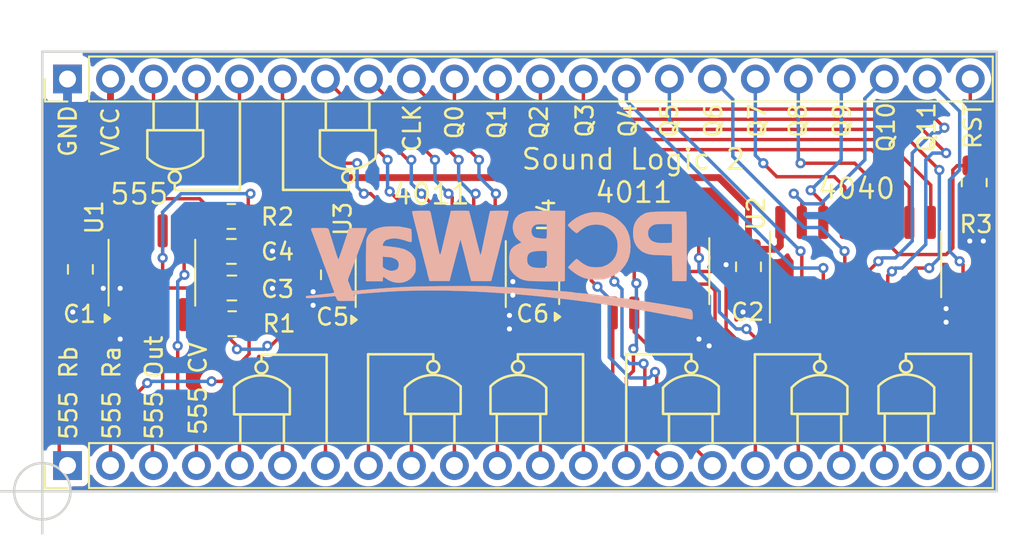
<source format=kicad_pcb>
(kicad_pcb (version 20241229) (generator "pcbnew") (generator_version "9.0")
  (layers (0 "F.Cu" signal) (2 "B.Cu" signal) (13 "F.Paste" user) (15 "B.Paste" user) (5 "F.SilkS" user "F.Silkscreen") (7 "B.SilkS" user "B.Silkscreen") (1 "F.Mask" user) (3 "B.Mask" user) (25 "Edge.Cuts" user))
  (net 0 "")
  (net 1 "VCC")
  (net 2 "GND")
  (net 3 "Net-(U1-THR)")
  (net 4 "/555_CV")
  (net 5 "/In2b")
  (net 6 "/555_Out")
  (net 7 "/Out1")
  (net 8 "/Out4")
  (net 9 "/In5b")
  (net 10 "/In1b")
  (net 11 "/In1a")
  (net 12 "/In3b")
  (net 13 "/In6a")
  (net 14 "/In3a")
  (net 15 "/In4b")
  (net 16 "/Out6")
  (net 17 "/Out2")
  (net 18 "/In2a")
  (net 19 "/Out3")
  (net 20 "/In5a")
  (net 21 "/In4a")
  (net 22 "/In6b")
  (net 23 "/Out5")
  (net 24 "/CLK")
  (net 25 "/Q1")
  (net 26 "/Q8")
  (net 27 "/Q10")
  (net 28 "/Q9")
  (net 29 "/In8b")
  (net 30 "/Out7")
  (net 31 "/In8a")
  (net 32 "/Q7")
  (net 33 "/Q6")
  (net 34 "/Q11")
  (net 35 "/Out8")
  (net 36 "/RST")
  (net 37 "/Q2")
  (net 38 "/Q0")
  (net 39 "/Q4")
  (net 40 "/Q3")
  (net 41 "/In7b")
  (net 42 "/In7a")
  (net 43 "/Q5")
  (net 44 "/555_Rb")
  (net 45 "/555_Ra")
  (footprint "Capacitor_SMD:C_0805_2012Metric_Pad1.18x1.45mm_HandSolder" (layer "F.Cu") (at 100.761 113.396001 -90)
    (property "Reference" "C1")
    (property "Value" "100nF")
  )
  (footprint "Capacitor_SMD:C_0805_2012Metric_Pad1.18x1.45mm_HandSolder" (layer "F.Cu") (at 140.236 113.245999 -90)
    (property "Reference" "C2")
    (property "Value" "100nF")
  )
  (footprint "Connector_PinHeader_2.54mm:PinHeader_1x22_P2.54mm_Vertical" (layer "F.Cu") (at 100 125 90)
    (property "Reference" "J1" (hide yes))
    (property "Value" "Conn_01x22")
  )
  (footprint "Connector_PinHeader_2.54mm:PinHeader_1x22_P2.54mm_Vertical" (layer "F.Cu") (at 100 102.14 90)
    (property "Reference" "J2" (hide yes))
    (property "Value" "Conn_01x22")
  )
  (footprint "Package_SO:SOIC-8_3.9x4.9mm_P1.27mm" (layer "F.Cu") (at 104.986 113.596 90)
    (property "Reference" "U1")
    (property "Value" "555")
  )
  (footprint "Package_SO:SOIC-16_3.9x9.9mm_P1.27mm" (layer "F.Cu") (at 146.561 113.096 90)
    (property "Reference" "U2")
    (property "Value" "4040")
  )
  (footprint "Resistor_SMD:R_0805_2012Metric_Pad1.20x1.40mm_HandSolder" (layer "F.Cu") (at 153.572 108.2638 -90)
    (property "Reference" "R3")
    (property "Value" "390K")
  )
  (footprint "Resistor_SMD:R_0805_2012Metric_Pad1.20x1.40mm_HandSolder" (layer "F.Cu") (at 109.7288 116.61)
    (property "Reference" "R1")
    (property "Value" "1K")
  )
  (footprint "Capacitor_SMD:C_0805_2012Metric_Pad1.18x1.45mm_HandSolder" (layer "F.Cu") (at 115.712 113.7188 -90)
    (property "Reference" "C5")
    (property "Value" "100nF")
  )
  (footprint "Resistor_SMD:R_0805_2012Metric_Pad1.20x1.40mm_HandSolder" (layer "F.Cu") (at 109.6788 110.27)
    (property "Reference" "R2")
    (property "Value" "10K")
  )
  (footprint "Capacitor_SMD:C_0805_2012Metric_Pad1.18x1.45mm_HandSolder" (layer "F.Cu") (at 109.683799 112.335)
    (property "Reference" "C4")
    (property "Value" "10nF")
  )
  (footprint "Package_SO:SO-14_3.9x8.65mm_P1.27mm" (layer "F.Cu") (at 121.46 113.6782 90)
    (property "Reference" "U3")
    (property "Value" "4011")
  )
  (footprint "Capacitor_SMD:C_0805_2012Metric_Pad1.18x1.45mm_HandSolder" (layer "F.Cu") (at 127.552 113.5438 -90)
    (property "Reference" "C6")
    (property "Value" "100nF")
  )
  (footprint "Capacitor_SMD:C_0805_2012Metric_Pad1.18x1.45mm_HandSolder" (layer "F.Cu") (at 109.7088 114.5)
    (property "Reference" "C3")
    (property "Value" "1nF")
  )
  (footprint "Package_SO:SO-14_3.9x8.65mm_P1.27mm" (layer "F.Cu") (at 133.485 113.5032 90)
    (property "Reference" "U4")
    (property "Value" "4011")
  )
  (footprint "_Custom_Footprints:pcb way logo" (layer "B.Cu") (at 125.511001 113.821 180)
    (property "Reference" "G***" (hide yes))
    (property "Value" "LOGO" (hide yes))
  )
  (gr_line (start 149.536 118.396) (end 149.536 118.792447) (stroke (width 0.15)) (layer "F.SilkS"))
  (gr_line (start 114.911 105.2198) (end 114.911 106.718399) (stroke (width 0.15)) (layer "F.SilkS"))
  (gr_line (start 119.936 121.8972) (end 119.936 120.398601) (stroke (width 0.15)) (layer "F.SilkS"))
  (gr_line (start 110.185999 108.697) (end 106.336 108.697) (stroke (width 0.15)) (layer "F.SilkS"))
  (gr_line (start 120.286 123.62) (end 120.286 121.97) (stroke (width 0.15)) (layer "F.SilkS"))
  (gr_line (start 112.786 123.645) (end 112.786 121.995) (stroke (width 0.15)) (layer "F.SilkS"))
  (gr_arc (start 135.186001 120.398601) (mid 136.813719 119.643234) (end 138.477453 120.315572) (stroke (width 0.15)) (layer "F.SilkS"))
  (gr_line (start 140.611 123.596) (end 140.611 118.421) (stroke (width 0.15)) (layer "F.SilkS"))
  (gr_line (start 110.211 123.595) (end 110.211 122.045) (stroke (width 0.15)) (layer "F.SilkS"))
  (gr_line (start 126.611 118.42) (end 126.611 118.816447) (stroke (width 0.15)) (layer "F.SilkS"))
  (gr_arc (start 109.844547 120.340572) (mid 111.508281 119.668234) (end 113.135999 120.423601) (stroke (width 0.15)) (layer "F.SilkS"))
  (gr_line (start 112.736 103.522) (end 112.736 108.697) (stroke (width 0.15)) (layer "F.SilkS"))
  (gr_line (start 142.786 121.8982) (end 142.786 120.399601) (stroke (width 0.15)) (layer "F.SilkS"))
  (gr_circle (center 111.461 119.195) (end 111.711 119.445) (stroke (width 0.15)) (fill no) (layer "F.SilkS"))
  (gr_line (start 117.761 118.42) (end 121.611 118.42) (stroke (width 0.15)) (layer "F.SilkS"))
  (gr_line (start 138.111 123.57) (end 138.111 122.02) (stroke (width 0.15)) (layer "F.SilkS"))
  (gr_line (start 112.736 108.697) (end 116.586 108.697) (stroke (width 0.15)) (layer "F.SilkS"))
  (gr_line (start 130.461 123.595) (end 130.461 118.42) (stroke (width 0.15)) (layer "F.SilkS"))
  (gr_line (start 115.311 123.62) (end 115.311 118.445) (stroke (width 0.15)) (layer "F.SilkS"))
  (gr_line (start 109.866845 121.9722) (end 113.136 121.9722) (stroke (width 0.15)) (layer "F.SilkS"))
  (gr_line (start 105.086 103.547) (end 105.086 105.097) (stroke (width 0.15)) (layer "F.SilkS"))
  (gr_line (start 117.761 123.595) (end 117.761 118.42) (stroke (width 0.15)) (layer "F.SilkS"))
  (gr_line (start 123.205155 121.9472) (end 119.936 121.9472) (stroke (width 0.15)) (layer "F.SilkS"))
  (gr_line (start 107.661 103.497) (end 107.661 105.147) (stroke (width 0.15)) (layer "F.SilkS"))
  (gr_line (start 145.711 123.571) (end 145.711 122.021) (stroke (width 0.15)) (layer "F.SilkS"))
  (gr_line (start 153.386 118.396) (end 149.536 118.396) (stroke (width 0.15)) (layer "F.SilkS"))
  (gr_line (start 116.586 108.697) (end 116.585999 108.300553) (stroke (width 0.15)) (layer "F.SilkS"))
  (gr_line (start 108.011 105.2198) (end 108.011 106.718399) (stroke (width 0.15)) (layer "F.SilkS"))
  (gr_circle (center 149.536 119.146) (end 149.786 119.396) (stroke (width 0.15)) (fill no) (layer "F.SilkS"))
  (gr_line (start 144.461 118.421) (end 144.461 118.817447) (stroke (width 0.15)) (layer "F.SilkS"))
  (gr_line (start 104.741845 105.1698) (end 108.011 105.1698) (stroke (width 0.15)) (layer "F.SilkS"))
  (gr_line (start 118.180155 105.1698) (end 114.911 105.1698) (stroke (width 0.15)) (layer "F.SilkS"))
  (gr_line (start 106.336 108.697) (end 106.336 108.300553) (stroke (width 0.15)) (layer "F.SilkS"))
  (gr_line (start 123.230155 120.330648) (end 123.230155 121.9472) (stroke (width 0.15)) (layer "F.SilkS"))
  (gr_line (start 125.016845 121.9472) (end 128.286 121.9472) (stroke (width 0.15)) (layer "F.SilkS"))
  (gr_line (start 109.841845 120.355648) (end 109.841845 121.9722) (stroke (width 0.15)) (layer "F.SilkS"))
  (gr_arc (start 119.936001 120.398601) (mid 121.563719 119.643234) (end 123.227453 120.315572) (stroke (width 0.15)) (layer "F.SilkS"))
  (gr_circle (center 136.861 119.17) (end 136.611 119.42) (stroke (width 0.15)) (fill no) (layer "F.SilkS"))
  (gr_line (start 127.936 123.62) (end 127.936 121.97) (stroke (width 0.15)) (layer "F.SilkS"))
  (gr_line (start 104.716845 106.786352) (end 104.716845 105.1698) (stroke (width 0.15)) (layer "F.SilkS"))
  (gr_circle (center 121.611 119.17) (end 121.361 119.42) (stroke (width 0.15)) (fill no) (layer "F.SilkS"))
  (gr_line (start 110.186 103.522) (end 110.185999 108.697) (stroke (width 0.15)) (layer "F.SilkS"))
  (gr_line (start 146.055155 121.9482) (end 142.786 121.9482) (stroke (width 0.15)) (layer "F.SilkS"))
  (gr_line (start 138.455155 121.9472) (end 135.186 121.9472) (stroke (width 0.15)) (layer "F.SilkS"))
  (gr_line (start 122.861 123.57) (end 122.861 122.02) (stroke (width 0.15)) (layer "F.SilkS"))
  (gr_line (start 140.611 118.421) (end 144.461 118.421) (stroke (width 0.15)) (layer "F.SilkS"))
  (gr_line (start 150.861 123.596) (end 150.861 121.946) (stroke (width 0.15)) (layer "F.SilkS"))
  (gr_arc (start 118.202453 106.801428) (mid 116.538719 107.473766) (end 114.911001 106.718399) (stroke (width 0.15)) (layer "F.SilkS"))
  (gr_arc (start 142.786001 120.399601) (mid 144.413719 119.644234) (end 146.077453 120.316572) (stroke (width 0.15)) (layer "F.SilkS"))
  (gr_circle (center 106.336 107.947) (end 106.586 107.697) (stroke (width 0.15)) (fill no) (layer "F.SilkS"))
  (gr_line (start 115.311 118.445) (end 111.461 118.445) (stroke (width 0.15)) (layer "F.SilkS"))
  (gr_line (start 147.916845 120.306648) (end 147.916845 121.9232) (stroke (width 0.15)) (layer "F.SilkS"))
  (gr_line (start 133.011 123.595) (end 133.011 118.42) (stroke (width 0.15)) (layer "F.SilkS"))
  (gr_line (start 151.211 121.8732) (end 151.211 120.374601) (stroke (width 0.15)) (layer "F.SilkS"))
  (gr_arc (start 124.994547 120.315572) (mid 126.658281 119.643234) (end 128.285999 120.398601) (stroke (width 0.15)) (layer "F.SilkS"))
  (gr_line (start 121.611 118.42) (end 121.611 118.816447) (stroke (width 0.15)) (layer "F.SilkS"))
  (gr_line (start 124.991845 120.330648) (end 124.991845 121.9472) (stroke (width 0.15)) (layer "F.SilkS"))
  (gr_arc (start 147.919547 120.291572) (mid 149.583281 119.619234) (end 151.210999 120.374601) (stroke (width 0.15)) (layer "F.SilkS"))
  (gr_line (start 113.136 121.9222) (end 113.136 120.423601) (stroke (width 0.15)) (layer "F.SilkS"))
  (gr_line (start 146.080155 120.331648) (end 146.080155 121.9482) (stroke (width 0.15)) (layer "F.SilkS"))
  (gr_line (start 148.286 123.546) (end 148.286 121.996) (stroke (width 0.15)) (layer "F.SilkS"))
  (gr_line (start 138.480155 120.330648) (end 138.480155 121.9472) (stroke (width 0.15)) (layer "F.SilkS"))
  (gr_line (start 143.136 123.621) (end 143.136 121.971) (stroke (width 0.15)) (layer "F.SilkS"))
  (gr_line (start 130.461 118.42) (end 126.611 118.42) (stroke (width 0.15)) (layer "F.SilkS"))
  (gr_line (start 147.941845 121.9232) (end 151.211 121.9232) (stroke (width 0.15)) (layer "F.SilkS"))
  (gr_arc (start 108.010999 106.718399) (mid 106.38328 107.473766) (end 104.719546 106.801428) (stroke (width 0.15)) (layer "F.SilkS"))
  (gr_line (start 136.861 118.42) (end 136.861 118.816447) (stroke (width 0.15)) (layer "F.SilkS"))
  (gr_circle (center 116.586 107.947) (end 116.336 107.697) (stroke (width 0.15)) (fill no) (layer "F.SilkS"))
  (gr_line (start 135.186 121.8972) (end 135.186 120.398601) (stroke (width 0.15)) (layer "F.SilkS"))
  (gr_line (start 153.386 123.571) (end 153.386 118.396) (stroke (width 0.15)) (layer "F.SilkS"))
  (gr_line (start 125.361 123.57) (end 125.361 122.02) (stroke (width 0.15)) (layer "F.SilkS"))
  (gr_line (start 128.286 121.8972) (end 128.286 120.398601) (stroke (width 0.15)) (layer "F.SilkS"))
  (gr_circle (center 126.611 119.17) (end 126.861 119.42) (stroke (width 0.15)) (fill no) (layer "F.SilkS"))
  (gr_line (start 118.205155 106.786352) (end 118.205155 105.1698) (stroke (width 0.15)) (layer "F.SilkS"))
  (gr_line (start 133.011 118.42) (end 136.861 118.42) (stroke (width 0.15)) (layer "F.SilkS"))
  (gr_circle (center 144.461 119.171) (end 144.211 119.421) (stroke (width 0.15)) (fill no) (layer "F.SilkS"))
  (gr_line (start 117.835999 103.547) (end 117.836 105.097) (stroke (width 0.15)) (layer "F.SilkS"))
  (gr_line (start 115.261 103.497) (end 115.261 105.147) (stroke (width 0.15)) (layer "F.SilkS"))
  (gr_line (start 111.461 118.445) (end 111.461 118.841447) (stroke (width 0.15)) (layer "F.SilkS"))
  (gr_line (start 135.536 123.62) (end 135.536 121.97) (stroke (width 0.15)) (layer "F.SilkS"))
  (gr_line (start 98.511 100.521) (end 98.511 126.521) (stroke (width 0.15)) (layer "Edge.Cuts"))
  (gr_line (start 154.9 100.521) (end 98.511 100.521) (stroke (width 0.15)) (layer "Edge.Cuts"))
  (gr_line (start 154.9 126.521) (end 154.9 100.521) (stroke (width 0.15)) (layer "Edge.Cuts"))
  (gr_line (start 98.511 126.521) (end 154.9 126.521) (stroke (width 0.15)) (layer "Edge.Cuts"))
  (gr_text "Sound Logic 2" (at 133.436 106.882253 0) (layer "F.SilkS") (effects (font (size 1.2 1.2))))
  (gr_text "555 Rb" (at 100.061 120.696 90) (layer "F.SilkS") (effects (font (size 1 1))))
  (gr_text "GND" (at 100.025 105.221 90) (layer "F.SilkS") (effects (font (size 1 1))))
  (gr_text "Q3" (at 130.561 104.596 90) (layer "F.SilkS") (effects (font (size 1 1))))
  (gr_text "VCC" (at 102.536 105.246 90) (layer "F.SilkS") (effects (font (size 1 1))))
  (gr_text "Q2" (at 127.861 104.696 90) (layer "F.SilkS") (effects (font (size 1 1))))
  (gr_text "RST" (at 153.486 104.921 90) (layer "F.SilkS") (effects (font (size 1 1))))
  (gr_text "CLK" (at 120.361 105.046 90) (layer "F.SilkS") (effects (font (size 1 1))))
  (gr_text "Q0" (at 122.861 104.696 90) (layer "F.SilkS") (effects (font (size 1 1))))
  (gr_text "Q11" (at 150.761 104.996 90) (layer "F.SilkS") (effects (font (size 1 1))))
  (gr_text "Q1" (at 125.361 104.696 90) (layer "F.SilkS") (effects (font (size 1 1))))
  (gr_text "Q10" (at 148.361 104.996 90) (layer "F.SilkS") (effects (font (size 1 1))))
  (gr_text "Q4" (at 133.111 104.596 90) (layer "F.SilkS") (effects (font (size 1 1))))
  (gr_text "Q9" (at 145.761 104.596 90) (layer "F.SilkS") (effects (font (size 1 1))))
  (gr_text "Q6" (at 138.161 104.596 90) (layer "F.SilkS") (effects (font (size 1 1))))
  (gr_text "Q7" (at 140.761 104.596 90) (layer "F.SilkS") (effects (font (size 1 1))))
  (gr_text "Q5" (at 135.561 104.596 90) (layer "F.SilkS") (effects (font (size 1 1))))
  (gr_text "Q8" (at 143.161 104.596 90) (layer "F.SilkS") (effects (font (size 1 1))))
  (gr_text "555 Ra" (at 102.611 120.696 90) (layer "F.SilkS") (effects (font (size 1 1))))
  (gr_text "555" (at 104.236 108.946002 0) (layer "F.SilkS") (effects (font (size 1.2 1.2))))
  (gr_text "555 CV" (at 107.711 120.446 90) (layer "F.SilkS") (effects (font (size 1 1))))
  (gr_text "4011" (at 121.486 108.946002 0) (layer "F.SilkS") (effects (font (size 1.2 1.2))))
  (gr_text "4040" (at 146.611 108.621002 0) (layer "F.SilkS") (effects (font (size 1.2 1.2))))
  (gr_text "4011" (at 133.461 108.846002 0) (layer "F.SilkS") (effects (font (size 1.2 1.2))))
  (gr_text "555 Out" (at 105.111 120.396 90) (layer "F.SilkS") (effects (font (size 1 1))))
  (target plus (at 98.511 126.521) (size 5) (width 0.15) (layer "Edge.Cuts"))
  (segment (start 115.712 112.6813) (end 115.712 107.997) (width 0.4064) (layer "F.Cu") (net 1))
  (segment (start 103.081 111.121) (end 103.081 112.251) (width 0.4064) (layer "F.Cu") (net 1))
  (segment (start 108.7288 116.6388) (end 110.011 117.921) (width 0.2032) (layer "F.Cu") (net 1))
  (segment (start 100.761 106.371) (end 100.761 107.971) (width 0.4064) (layer "F.Cu") (net 1))
  (segment (start 108.1898 116.071) (end 108.7288 116.61) (width 0.2032) (layer "F.Cu") (net 1))
  (segment (start 106.891 116.071) (end 108.1898 116.071) (width 0.2032) (layer "F.Cu") (net 1))
  (segment (start 110.011 117.921) (end 110.011 118.121) (width 0.2032) (layer "F.Cu") (net 1))
  (segment (start 129.675 111.0282) (end 129.675 112.257) (width 0.4064) (layer "F.Cu") (net 1))
  (segment (start 111.811 117.921) (end 112.011 117.921) (width 0.2032) (layer "F.Cu") (net 1))
  (segment (start 102.54 104.592) (end 100.761 106.371) (width 0.4064) (layer "F.Cu") (net 1))
  (segment (start 127.552 107.987) (end 127.536 107.971) (width 0.4064) (layer "F.Cu") (net 1))
  (segment (start 115.686 107.971) (end 127.536 107.971) (width 0.4064) (layer "F.Cu") (net 1))
  (segment (start 138.486 107.971) (end 140.236 109.721) (width 0.4064) (layer "F.Cu") (net 1))
  (segment (start 127.536 107.971) (end 138.486 107.971) (width 0.4064) (layer "F.Cu") (net 1))
  (segment (start 142.116 110.621) (end 142.116 111.991) (width 0.4064) (layer "F.Cu") (net 1))
  (segment (start 140.236 109.721) (end 140.236 112.208499) (width 0.4064) (layer "F.Cu") (net 1))
  (segment (start 113.111 116.821) (end 113.111 107.971) (width 0.2032) (layer "F.Cu") (net 1))
  (segment (start 129.675 112.257) (end 129.4257 112.5063) (width 0.4064) (layer "F.Cu") (net 1))
  (segment (start 103.081 112.251) (end 102.811 112.521) (width 0.4064) (layer "F.Cu") (net 1))
  (segment (start 113.111 107.971) (end 115.686 107.971) (width 0.4064) (layer "F.Cu") (net 1))
  (segment (start 129.4257 112.5063) (end 127.552 112.5063) (width 0.4064) (layer "F.Cu") (net 1))
  (segment (start 102.54 102.14) (end 102.54 104.592) (width 0.4064) (layer "F.Cu") (net 1))
  (segment (start 141.898501 112.208499) (end 140.236 112.208499) (width 0.4064) (layer "F.Cu") (net 1))
  (segment (start 100.761 107.971) (end 113.111 107.971) (width 0.4064) (layer "F.Cu") (net 1))
  (segment (start 117.65 112.482) (end 117.4507 112.6813) (width 0.4064) (layer "F.Cu") (net 1))
  (segment (start 117.4507 112.6813) (end 115.712 112.6813) (width 0.4064) (layer "F.Cu") (net 1))
  (segment (start 127.552 112.5063) (end 127.552 107.987) (width 0.4064) (layer "F.Cu") (net 1))
  (segment (start 142.116 111.991) (end 141.898501 112.208499) (width 0.4064) (layer "F.Cu") (net 1))
  (segment (start 115.712 107.997) (end 115.686 107.971) (width 0.4064) (layer "F.Cu") (net 1))
  (segment (start 112.011 117.921) (end 113.111 116.821) (width 0.2032) (layer "F.Cu") (net 1))
  (segment (start 117.65 111.2032) (end 117.65 112.482) (width 0.4064) (layer "F.Cu") (net 1))
  (segment (start 102.811 112.521) (end 100.886 112.521) (width 0.4064) (layer "F.Cu") (net 1))
  (segment (start 100.761 107.971) (end 100.761 112.358501) (width 0.4064) (layer "F.Cu") (net 1))
  (segment (start 108.7288 116.61) (end 108.7288 116.6388) (width 0.2032) (layer "F.Cu") (net 1))
  (via (at 110.011 118.121) (size 0.6) (drill 0.3) (layers "F.Cu" "B.Cu") (net 1))
  (via (at 111.811 117.921) (size 0.6) (drill 0.3) (layers "F.Cu" "B.Cu") (net 1))
  (segment (start 111.611 118.121) (end 111.811 117.921) (width 0.2032) (layer "B.Cu") (net 1))
  (segment (start 110.011 118.121) (end 111.611 118.121) (width 0.2032) (layer "B.Cu") (net 1))
  (via (at 137.911 117.921) (size 0.6) (drill 0.3) (layers "F.Cu" "B.Cu") (net 2))
  (via (at 151.911 115.721) (size 0.6) (drill 0.3) (layers "F.Cu" "B.Cu") (net 2))
  (via (at 126.111 116.921) (size 0.6) (drill 0.3) (layers "F.Cu" "B.Cu") (net 2))
  (via (at 112.111 112.321) (size 0.6) (drill 0.3) (layers "F.Cu" "B.Cu") (net 2))
  (via (at 103.111 117.521) (size 0.6) (drill 0.3) (layers "F.Cu" "B.Cu") (net 2))
  (via (at 114.511 114.721) (size 0.6) (drill 0.3) (layers "F.Cu" "B.Cu") (net 2))
  (via (at 126.311 114.921) (size 0.6) (drill 0.3) (layers "F.Cu" "B.Cu") (net 2))
  (via (at 100.311 115.921) (size 0.6) (drill 0.3) (layers "F.Cu" "B.Cu") (net 2))
  (via (at 103.111 114.521) (size 0.6) (drill 0.3) (layers "F.Cu" "B.Cu") (net 2))
  (via (at 112.111 114.521) (size 0.6) (drill 0.3) (layers "F.Cu" "B.Cu") (net 2))
  (via (at 126.111 116.121) (size 0.6) (drill 0.3) (layers "F.Cu" "B.Cu") (net 2))
  (via (at 102.111 114.521) (size 0.6) (drill 0.3) (layers "F.Cu" "B.Cu") (net 2))
  (via (at 154.111 111.721) (size 0.6) (drill 0.3) (layers "F.Cu" "B.Cu") (net 2))
  (via (at 151.911 116.521) (size 0.6) (drill 0.3) (layers "F.Cu" "B.Cu") (net 2))
  (via (at 153.311 111.721) (size 0.6) (drill 0.3) (layers "F.Cu" "B.Cu") (net 2))
  (via (at 137.311 117.521) (size 0.6) (drill 0.3) (layers "F.Cu" "B.Cu") (net 2))
  (via (at 126.311 114.121) (size 0.6) (drill 0.3) (layers "F.Cu" "B.Cu") (net 2))
  (via (at 138.911 113.121) (size 0.6) (drill 0.3) (layers "F.Cu" "B.Cu") (net 2))
  (via (at 114.511 115.521) (size 0.6) (drill 0.3) (layers "F.Cu" "B.Cu") (net 2))
  (via (at 139.911 115.921) (size 0.6) (drill 0.3) (layers "F.Cu" "B.Cu") (net 2))
  (segment (start 104.632 114.5) (end 104.351 114.781) (width 0.2032) (layer "F.Cu") (net 3))
  (segment (start 105.621 111.121) (end 105.621 112.721) (width 0.2032) (layer "F.Cu") (net 3))
  (segment (start 105.621 114.41) (end 105.711 114.5) (width 0.2032) (layer "F.Cu") (net 3))
  (segment (start 110.6788 110.27) (end 110.6788 109.0532) (width 0.2032) (layer "F.Cu") (net 3))
  (segment (start 108.6713 114.5) (end 105.711 114.5) (width 0.2032) (layer "F.Cu") (net 3))
  (segment (start 104.351 114.781) (end 104.351 116.071) (width 0.2032) (layer "F.Cu") (net 3))
  (segment (start 105.711 114.5) (end 104.632 114.5) (width 0.2032) (layer "F.Cu") (net 3))
  (segment (start 105.621 112.721) (end 105.621 114.41) (width 0.2032) (layer "F.Cu") (net 3))
  (segment (start 110.6788 109.0532) (end 110.811 108.921) (width 0.2032) (layer "F.Cu") (net 3))
  (via (at 110.811 108.921) (size 0.6) (drill 0.3) (layers "F.Cu" "B.Cu") (net 3))
  (via (at 105.621 112.721) (size 0.6) (drill 0.3) (layers "F.Cu" "B.Cu") (net 3))
  (segment (start 105.621 110.031) (end 105.611 110.021) (width 0.2032) (layer "B.Cu") (net 3))
  (segment (start 106.711 108.921) (end 110.811 108.921) (width 0.2032) (layer "B.Cu") (net 3))
  (segment (start 105.611 110.021) (end 106.711 108.921) (width 0.2032) (layer "B.Cu") (net 3))
  (segment (start 105.621 112.721) (end 105.621 110.031) (width 0.2032) (layer "B.Cu") (net 3))
  (segment (start 106.511 120.521) (end 106.511 117.921) (width 0.2032) (layer "F.Cu") (net 4))
  (segment (start 106.891 111.121) (end 106.891 112.121) (width 0.2032) (layer "F.Cu") (net 4))
  (segment (start 107.62 121.63) (end 106.911 120.921) (width 0.2032) (layer "F.Cu") (net 4))
  (segment (start 106.911 120.921) (end 106.511 120.521) (width 0.2032) (layer "F.Cu") (net 4))
  (segment (start 106.891 112.121) (end 106.891 112.721) (width 0.2032) (layer "F.Cu") (net 4))
  (segment (start 107.62 125) (end 107.62 121.63) (width 0.2032) (layer "F.Cu") (net 4))
  (segment (start 106.911 113.721) (end 106.891 113.701) (width 0.2032) (layer "F.Cu") (net 4))
  (segment (start 106.891 112.721) (end 108.611 112.721) (width 0.2032) (layer "F.Cu") (net 4))
  (segment (start 106.891 113.701) (end 106.891 112.121) (width 0.2032) (layer "F.Cu") (net 4))
  (via (at 106.511 117.921) (size 0.6) (drill 0.3) (layers "F.Cu" "B.Cu") (net 4))
  (via (at 106.911 113.721) (size 0.6) (drill 0.3) (layers "F.Cu" "B.Cu") (net 4))
  (segment (start 106.511 117.921) (end 106.511 114.121) (width 0.2032) (layer "B.Cu") (net 4))
  (segment (start 106.511 114.121) (end 106.911 113.721) (width 0.2032) (layer "B.Cu") (net 4))
  (segment (start 124 121.232) (end 122.811 122.421) (width 0.2032) (layer "F.Cu") (net 5))
  (segment (start 122.86 122.47) (end 122.86 125) (width 0.2032) (layer "F.Cu") (net 5))
  (segment (start 122.811 122.421) (end 122.86 122.47) (width 0.2032) (layer "F.Cu") (net 5))
  (segment (start 124 116.1532) (end 124 121.232) (width 0.2032) (layer "F.Cu") (net 5))
  (segment (start 105.621 116.071) (end 105.621 122.211) (width 0.2032) (layer "F.Cu") (net 6))
  (segment (start 105.011 122.821) (end 105.011 124.931) (width 0.2032) (layer "F.Cu") (net 6))
  (segment (start 105.621 122.211) (end 105.011 122.821) (width 0.2032) (layer "F.Cu") (net 6))
  (segment (start 105.011 124.931) (end 105.08 125) (width 0.2032) (layer "F.Cu") (net 6))
  (segment (start 118.911 120.321) (end 120.19 119.042) (width 0.2032) (layer "F.Cu") (net 7))
  (segment (start 115.24 125) (end 115.24 121.192) (width 0.2032) (layer "F.Cu") (net 7))
  (segment (start 115.24 121.192) (end 116.111 120.321) (width 0.2032) (layer "F.Cu") (net 7))
  (segment (start 116.111 120.321) (end 118.911 120.321) (width 0.2032) (layer "F.Cu") (net 7))
  (segment (start 120.19 119.042) (end 120.19 116.1532) (width 0.2032) (layer "F.Cu") (net 7))
  (segment (start 133.02 119.812) (end 133.02 125) (width 0.2032) (layer "F.Cu") (net 8))
  (segment (start 133.435604 118.096396) (end 133.435604 119.396396) (width 0.2032) (layer "F.Cu") (net 8))
  (segment (start 133.485 114.095) (end 133.485 111.0282) (width 0.2032) (layer "F.Cu") (net 8))
  (segment (start 133.435604 119.396396) (end 133.02 119.812) (width 0.2032) (layer "F.Cu") (net 8))
  (segment (start 133.611 114.221) (end 133.485 114.095) (width 0.2032) (layer "F.Cu") (net 8))
  (via (at 133.435604 118.096396) (size 0.6) (drill 0.3) (layers "F.Cu" "B.Cu") (net 8))
  (via (at 133.611 114.221) (size 0.6) (drill 0.3) (layers "F.Cu" "B.Cu") (net 8))
  (segment (start 133.435604 118.096396) (end 133.611 117.921) (width 0.2032) (layer "B.Cu") (net 8))
  (segment (start 133.611 117.921) (end 133.611 114.221) (width 0.2032) (layer "B.Cu") (net 8))
  (segment (start 139.411 120.721) (end 142.711 120.721) (width 0.2032) (layer "F.Cu") (net 9))
  (segment (start 136.025 115.9782) (end 136.025 117.335) (width 0.2032) (layer "F.Cu") (net 9))
  (segment (start 136.025 117.335) (end 139.411 120.721) (width 0.2032) (layer "F.Cu") (net 9))
  (segment (start 142.711 120.721) (end 145.72 123.73) (width 0.2032) (layer "F.Cu") (net 9))
  (segment (start 145.72 123.73) (end 145.72 125) (width 0.2032) (layer "F.Cu") (net 9))
  (segment (start 118.92 118.212) (end 118.92 116.1532) (width 0.2032) (layer "F.Cu") (net 10))
  (segment (start 114.311 119.221) (end 117.911 119.221) (width 0.2032) (layer "F.Cu") (net 10))
  (segment (start 117.911 119.221) (end 118.92 118.212) (width 0.2032) (layer "F.Cu") (net 10))
  (segment (start 112.7 120.832) (end 114.311 119.221) (width 0.2032) (layer "F.Cu") (net 10))
  (segment (start 112.7 125) (end 112.7 120.832) (width 0.2032) (layer "F.Cu") (net 10))
  (segment (start 110.16 121.572) (end 113.811 117.921) (width 0.2032) (layer "F.Cu") (net 11))
  (segment (start 117.611 116.921) (end 117.711 116.821) (width 0.2032) (layer "F.Cu") (net 11))
  (segment (start 117.111 117.921) (end 117.611 117.421) (width 0.2032) (layer "F.Cu") (net 11))
  (segment (start 113.811 117.921) (end 117.111 117.921) (width 0.2032) (layer "F.Cu") (net 11))
  (segment (start 110.16 125) (end 110.16 121.572) (width 0.2032) (layer "F.Cu") (net 11))
  (segment (start 117.611 117.421) (end 117.611 116.921) (width 0.2032) (layer "F.Cu") (net 11))
  (segment (start 130.945 115.9782) (end 130.945 118.287) (width 0.2032) (layer "F.Cu") (net 12))
  (segment (start 130.945 118.287) (end 127.94 121.292) (width 0.2032) (layer "F.Cu") (net 12))
  (segment (start 127.94 121.292) (end 127.94 125) (width 0.2032) (layer "F.Cu") (net 12))
  (segment (start 138.261 117.271) (end 140.711 119.721) (width 0.2032) (layer "F.Cu") (net 13))
  (segment (start 140.711 119.721) (end 144.111 119.721) (width 0.2032) (layer "F.Cu") (net 13))
  (segment (start 138.261 114.646) (end 138.261 117.271) (width 0.2032) (layer "F.Cu") (net 13))
  (segment (start 135.261 114.271) (end 137.886 114.271) (width 0.2032) (layer "F.Cu") (net 13))
  (segment (start 144.111 119.721) (end 148.26 123.87) (width 0.2032) (layer "F.Cu") (net 13))
  (segment (start 134.755 113.765) (end 135.261 114.271) (width 0.2032) (layer "F.Cu") (net 13))
  (segment (start 134.755 111.0282) (end 134.755 113.765) (width 0.2032) (layer "F.Cu") (net 13))
  (segment (start 137.886 114.271) (end 138.261 114.646) (width 0.2032) (layer "F.Cu") (net 13))
  (segment (start 148.26 123.87) (end 148.26 125) (width 0.2032) (layer "F.Cu") (net 13))
  (segment (start 125.4 121.832) (end 125.4 125) (width 0.2032) (layer "F.Cu") (net 14))
  (segment (start 129.675 117.557) (end 125.4 121.832) (width 0.2032) (layer "F.Cu") (net 14))
  (segment (start 129.675 115.9782) (end 129.675 117.557) (width 0.2032) (layer "F.Cu") (net 14))
  (segment (start 134.811 121.711) (end 138.1 125) (width 0.2032) (layer "F.Cu") (net 15))
  (segment (start 131.311 114.421) (end 130.945 114.055) (width 0.2032) (layer "F.Cu") (net 15))
  (segment (start 134.7126 119.464689) (end 134.811 119.563089) (width 0.2032) (layer "F.Cu") (net 15))
  (segment (start 130.945 114.055) (end 130.945 111.0282) (width 0.2032) (layer "F.Cu") (net 15))
  (segment (start 134.811 119.563089) (end 134.811 121.711) (width 0.2032) (layer "F.Cu") (net 15))
  (via (at 131.311 114.421) (size 0.6) (drill 0.3) (layers "F.Cu" "B.Cu") (net 15))
  (via (at 134.7126 119.464689) (size 0.6) (drill 0.3) (layers "F.Cu" "B.Cu") (net 15))
  (segment (start 134.356289 119.821) (end 133.236 119.821) (width 0.2032) (layer "B.Cu") (net 15))
  (segment (start 132.011 115.121) (end 131.311 114.421) (width 0.2032) (layer "B.Cu") (net 15))
  (segment (start 132.011 118.596) (end 132.011 115.121) (width 0.2032) (layer "B.Cu") (net 15))
  (segment (start 134.7126 119.464689) (end 134.356289 119.821) (width 0.2032) (layer "B.Cu") (net 15))
  (segment (start 133.236 119.821) (end 132.011 118.596) (width 0.2032) (layer "B.Cu") (net 15))
  (segment (start 137.295 112.705) (end 137.311 112.721) (width 0.2032) (layer "F.Cu") (net 16))
  (segment (start 137.295 111.0282) (end 137.295 112.705) (width 0.2032) (layer "F.Cu") (net 16))
  (segment (start 148.711 118.321) (end 153.34 122.95) (width 0.2032) (layer "F.Cu") (net 16))
  (segment (start 140.111 116.921) (end 141.511 118.321) (width 0.2032) (layer "F.Cu") (net 16))
  (segment (start 153.34 122.95) (end 153.34 125) (width 0.2032) (layer "F.Cu") (net 16))
  (segment (start 141.511 118.321) (end 148.711 118.321) (width 0.2032) (layer "F.Cu") (net 16))
  (via (at 140.111 116.921) (size 0.6) (drill 0.3) (layers "F.Cu" "B.Cu") (net 16))
  (via (at 137.311 112.721) (size 0.6) (drill 0.3) (layers "F.Cu" "B.Cu") (net 16))
  (segment (start 138.511 114.721) (end 138.511 115.921) (width 0.2032) (layer "B.Cu") (net 16))
  (segment (start 139.511 116.921) (end 140.111 116.921) (width 0.2032) (layer "B.Cu") (net 16))
  (segment (start 137.311 113.521) (end 138.511 114.721) (width 0.2032) (layer "B.Cu") (net 16))
  (segment (start 138.511 115.921) (end 139.511 116.921) (width 0.2032) (layer "B.Cu") (net 16))
  (segment (start 137.311 112.721) (end 137.311 113.521) (width 0.2032) (layer "B.Cu") (net 16))
  (segment (start 118.611 121.221) (end 120.011 121.221) (width 0.2032) (layer "F.Cu") (net 17))
  (segment (start 117.78 125) (end 117.78 122.052) (width 0.2032) (layer "F.Cu") (net 17))
  (segment (start 117.78 122.052) (end 118.611 121.221) (width 0.2032) (layer "F.Cu") (net 17))
  (segment (start 120.011 121.221) (end 121.46 119.772) (width 0.2032) (layer "F.Cu") (net 17))
  (segment (start 121.46 119.772) (end 121.46 116.1532) (width 0.2032) (layer "F.Cu") (net 17))
  (segment (start 120.32 125) (end 120.32 122.812) (width 0.2032) (layer "F.Cu") (net 18))
  (segment (start 122.73 120.402) (end 122.73 116.1532) (width 0.2032) (layer "F.Cu") (net 18))
  (segment (start 120.32 122.812) (end 122.73 120.402) (width 0.2032) (layer "F.Cu") (net 18))
  (segment (start 130.48 121.752) (end 130.48 125) (width 0.2032) (layer "F.Cu") (net 19))
  (segment (start 132.215 120.017) (end 130.48 121.752) (width 0.2032) (layer "F.Cu") (net 19))
  (segment (start 132.215 115.9782) (end 132.215 120.017) (width 0.2032) (layer "F.Cu") (net 19))
  (segment (start 138.811 121.521) (end 140.911 121.521) (width 0.2032) (layer "F.Cu") (net 20))
  (segment (start 134.755 117.465) (end 138.811 121.521) (width 0.2032) (layer "F.Cu") (net 20))
  (segment (start 134.755 115.9782) (end 134.755 117.465) (width 0.2032) (layer "F.Cu") (net 20))
  (segment (start 140.911 121.521) (end 143.18 123.79) (width 0.2032) (layer "F.Cu") (net 20))
  (segment (start 143.18 123.79) (end 143.18 125) (width 0.2032) (layer "F.Cu") (net 20))
  (segment (start 134.037204 118.971) (end 134.111 119.044796) (width 0.2032) (layer "F.Cu") (net 21))
  (segment (start 134.111 119.044796) (end 134.111 123.551) (width 0.2032) (layer "F.Cu") (net 21))
  (segment (start 132.215 114.025) (end 132.311 114.121) (width 0.2032) (layer "F.Cu") (net 21))
  (segment (start 132.215 111.0282) (end 132.215 114.025) (width 0.2032) (layer "F.Cu") (net 21))
  (segment (start 134.111 123.551) (end 135.56 125) (width 0.2032) (layer "F.Cu") (net 21))
  (via (at 132.311 114.121) (size 0.6) (drill 0.3) (layers "F.Cu" "B.Cu") (net 21))
  (via (at 134.037204 118.971) (size 0.6) (drill 0.3) (layers "F.Cu" "B.Cu") (net 21))
  (segment (start 134.037204 118.971) (end 133.211 118.971) (width 0.2032) (layer "B.Cu") (net 21))
  (segment (start 132.761 118.521) (end 132.761 114.571) (width 0.2032) (layer "B.Cu") (net 21))
  (segment (start 132.761 114.571) (end 132.311 114.121) (width 0.2032) (layer "B.Cu") (net 21))
  (segment (start 133.211 118.971) (end 132.761 118.521) (width 0.2032) (layer "B.Cu") (net 21))
  (segment (start 140.911 118.921) (end 146.411 118.921) (width 0.2032) (layer "F.Cu") (net 22))
  (segment (start 136.025 113.035) (end 136.511 113.521) (width 0.2032) (layer "F.Cu") (net 22))
  (segment (start 138.261 113.521) (end 138.911 114.171) (width 0.2032) (layer "F.Cu") (net 22))
  (segment (start 136.025 111.0282) (end 136.025 113.035) (width 0.2032) (layer "F.Cu") (net 22))
  (segment (start 138.911 116.921) (end 140.911 118.921) (width 0.2032) (layer "F.Cu") (net 22))
  (segment (start 146.411 118.921) (end 150.8 123.31) (width 0.2032) (layer "F.Cu") (net 22))
  (segment (start 150.8 123.31) (end 150.8 125) (width 0.2032) (layer "F.Cu") (net 22))
  (segment (start 138.911 114.171) (end 138.911 116.921) (width 0.2032) (layer "F.Cu") (net 22))
  (segment (start 136.511 113.521) (end 138.261 113.521) (width 0.2032) (layer "F.Cu") (net 22))
  (segment (start 133.485 117.095) (end 138.711 122.321) (width 0.2032) (layer "F.Cu") (net 23))
  (segment (start 133.485 115.9782) (end 133.485 117.095) (width 0.2032) (layer "F.Cu") (net 23))
  (segment (start 140.64 123.05) (end 140.64 125) (width 0.2032) (layer "F.Cu") (net 23))
  (segment (start 139.911 122.321) (end 140.64 123.05) (width 0.2032) (layer "F.Cu") (net 23))
  (segment (start 138.711 122.321) (end 139.911 122.321) (width 0.2032) (layer "F.Cu") (net 23))
  (segment (start 121.111 103.121) (end 120.32 102.33) (width 0.2032) (layer "F.Cu") (net 24))
  (segment (start 149.736 108.546) (end 149.736 110.621) (width 0.2032) (layer "F.Cu") (net 24))
  (segment (start 147.5084 106.3184) (end 149.736 108.546) (width 0.2032) (layer "F.Cu") (net 24))
  (segment (start 121.711 103.121) (end 124.9084 106.3184) (width 0.2032) (layer "F.Cu") (net 24))
  (segment (start 120.32 102.33) (end 120.32 102.14) (width 0.2032) (layer "F.Cu") (net 24))
  (segment (start 121.111 103.121) (end 121.711 103.121) (width 0.2032) (layer "F.Cu") (net 24))
  (segment (start 124.9084 106.3184) (end 147.5084 106.3184) (width 0.2032) (layer "F.Cu") (net 24))
  (segment (start 149.711 115.546) (end 149.736 115.571) (width 0.2032) (layer "F.Cu") (net 25))
  (segment (start 125.4 102.14) (end 125.4 104.61) (width 0.2032) (layer "F.Cu") (net 25))
  (segment (start 150.111 113.321) (end 149.711 113.721) (width 0.2032) (layer "F.Cu") (net 25))
  (segment (start 149.711 113.721) (end 149.711 115.546) (width 0.2032) (layer "F.Cu") (net 25))
  (segment (start 151.311 107.321) (end 151.511 107.521) (width 0.2032) (layer "F.Cu") (net 25))
  (segment (start 150.911 113.321) (end 150.111 113.321) (width 0.2032) (layer "F.Cu") (net 25))
  (segment (start 149.111 105.121) (end 151.311 107.321) (width 0.2032) (layer "F.Cu") (net 25))
  (segment (start 125.911 105.121) (end 149.111 105.121) (width 0.2032) (layer "F.Cu") (net 25))
  (segment (start 125.4 104.61) (end 125.911 105.121) (width 0.2032) (layer "F.Cu") (net 25))
  (via (at 150.911 113.321) (size 0.6) (drill 0.3) (layers "F.Cu" "B.Cu") (net 25))
  (via (at 151.511 107.521) (size 0.6) (drill 0.3) (layers "F.Cu" "B.Cu") (net 25))
  (segment (start 151.511 112.721) (end 150.911 113.321) (width 0.2032) (layer "B.Cu") (net 25))
  (segment (start 151.511 107.521) (end 151.511 112.721) (width 0.2032) (layer "B.Cu") (net 25))
  (segment (start 147.196 110.621) (end 147.196 107.806) (width 0.2032) (layer "F.Cu") (net 26))
  (segment (start 146.511 107.121) (end 143.311 107.121) (width 0.2032) (layer "F.Cu") (net 26))
  (segment (start 147.196 107.806) (end 146.711 107.321) (width 0.2032) (layer "F.Cu") (net 26))
  (segment (start 146.711 107.321) (end 146.511 107.121) (width 0.2032) (layer "F.Cu") (net 26))
  (via (at 143.311 107.121) (size 0.6) (drill 0.3) (layers "F.Cu" "B.Cu") (net 26))
  (segment (start 143.311 107.121) (end 143.18 106.99) (width 0.2032) (layer "B.Cu") (net 26))
  (segment (start 143.18 106.99) (end 143.18 102.14) (width 0.2032) (layer "B.Cu") (net 26))
  (segment (start 143.386 110.621) (end 143.386 109.396) (width 0.2032) (layer "F.Cu") (net 27))
  (segment (start 143.386 109.396) (end 142.911 108.921) (width 0.2032) (layer "F.Cu") (net 27))
  (via (at 142.911 108.921) (size 0.6) (drill 0.3) (layers "F.Cu" "B.Cu") (net 27))
  (segment (start 147.111 106.921) (end 147.111 103.289) (width 0.2032) (layer "B.Cu") (net 27))
  (segment (start 142.911 108.921) (end 143.511 109.521) (width 0.2032) (layer "B.Cu") (net 27))
  (segment (start 147.111 103.289) (end 148.26 102.14) (width 0.2032) (layer "B.Cu") (net 27))
  (segment (start 144.511 109.521) (end 147.111 106.921) (width 0.2032) (layer "B.Cu") (net 27))
  (segment (start 143.511 109.521) (end 144.511 109.521) (width 0.2032) (layer "B.Cu") (net 27))
  (segment (start 144.656 109.466) (end 143.911 108.721) (width 0.2032) (layer "F.Cu") (net 28))
  (segment (start 144.656 110.621) (end 144.656 109.466) (width 0.2032) (layer "F.Cu") (net 28))
  (via (at 143.911 108.721) (size 0.6) (drill 0.3) (layers "F.Cu" "B.Cu") (net 28))
  (segment (start 143.911 108.721) (end 145.711 106.921) (width 0.2032) (layer "B.Cu") (net 28))
  (segment (start 145.72 104.512) (end 145.72 102.14) (width 0.2032) (layer "B.Cu") (net 28))
  (segment (start 145.711 104.521) (end 145.72 104.512) (width 0.2032) (layer "B.Cu") (net 28))
  (segment (start 145.711 106.921) (end 145.711 104.521) (width 0.2032) (layer "B.Cu") (net 28))
  (segment (start 121.111 103.721) (end 119.311 103.721) (width 0.2032) (layer "F.Cu") (net 29))
  (segment (start 124.311 106.921) (end 121.111 103.721) (width 0.2032) (layer "F.Cu") (net 29))
  (segment (start 125.27 111.2032) (end 125.27 108.962) (width 0.2032) (layer "F.Cu") (net 29))
  (segment (start 119.311 103.671) (end 117.78 102.14) (width 0.2032) (layer "F.Cu") (net 29))
  (segment (start 125.27 108.962) (end 125.311 108.921) (width 0.2032) (layer "F.Cu") (net 29))
  (segment (start 119.311 103.721) (end 119.311 103.671) (width 0.2032) (layer "F.Cu") (net 29))
  (via (at 125.311 108.921) (size 0.6) (drill 0.3) (layers "F.Cu" "B.Cu") (net 29))
  (via (at 124.311 106.921) (size 0.6) (drill 0.3) (layers "F.Cu" "B.Cu") (net 29))
  (segment (start 124.311 107.921) (end 125.311 108.921) (width 0.2032) (layer "B.Cu") (net 29))
  (segment (start 124.311 106.921) (end 124.311 107.921) (width 0.2032) (layer "B.Cu") (net 29))
  (segment (start 110.16 104.57) (end 110.16 102.14) (width 0.2032) (layer "F.Cu") (net 30))
  (segment (start 120.111 106.921) (end 118.911 105.721) (width 0.2032) (layer "F.Cu") (net 30))
  (segment (start 120.311 106.921) (end 120.111 106.921) (width 0.2032) (layer "F.Cu") (net 30))
  (segment (start 111.311 105.721) (end 110.16 104.57) (width 0.2032) (layer "F.Cu") (net 30))
  (segment (start 120.911 108.921) (end 121.46 109.47) (width 0.2032) (layer "F.Cu") (net 30))
  (segment (start 121.46 109.47) (end 121.46 111.2032) (width 0.2032) (layer "F.Cu") (net 30))
  (segment (start 118.911 105.721) (end 111.311 105.721) (width 0.2032) (layer "F.Cu") (net 30))
  (via (at 120.911 108.921) (size 0.6) (drill 0.3) (layers "F.Cu" "B.Cu") (net 30))
  (via (at 120.311 106.921) (size 0.6) (drill 0.3) (layers "F.Cu" "B.Cu") (net 30))
  (segment (start 120.311 106.921) (end 120.311 108.321) (width 0.2032) (layer "B.Cu") (net 30))
  (segment (start 120.311 108.321) (end 120.911 108.921) (width 0.2032) (layer "B.Cu") (net 30))
  (segment (start 123.111 106.921) (end 120.511 104.321) (width 0.2032) (layer "F.Cu") (net 31))
  (segment (start 120.511 104.321) (end 117.421 104.321) (width 0.2032) (layer "F.Cu") (net 31))
  (segment (start 124 109.032) (end 124.111 108.921) (width 0.2032) (layer "F.Cu") (net 31))
  (segment (start 124 111.2032) (end 124 109.032) (width 0.2032) (layer "F.Cu") (net 31))
  (segment (start 117.421 104.321) (end 115.24 102.14) (width 0.2032) (layer "F.Cu") (net 31))
  (via (at 123.111 106.921) (size 0.6) (drill 0.3) (layers "F.Cu" "B.Cu") (net 31))
  (via (at 124.111 108.921) (size 0.6) (drill 0.3) (layers "F.Cu" "B.Cu") (net 31))
  (segment (start 123.111 108.121) (end 123.911 108.921) (width 0.2032) (layer "B.Cu") (net 31))
  (segment (start 123.911 108.921) (end 124.111 108.921) (width 0.2032) (layer "B.Cu") (net 31))
  (segment (start 123.111 106.921) (end 123.111 108.121) (width 0.2032) (layer "B.Cu") (net 31))
  (segment (start 145.926 108.536) (end 145.311 107.921) (width 0.2032) (layer "F.Cu") (net 32))
  (segment (start 145.311 107.921) (end 141.911 107.921) (width 0.2032) (layer "F.Cu") (net 32))
  (segment (start 145.926 110.621) (end 145.926 108.536) (width 0.2032) (layer "F.Cu") (net 32))
  (segment (start 141.911 107.921) (end 141.111 107.121) (width 0.2032) (layer "F.Cu") (net 32))
  (via (at 141.111 107.121) (size 0.6) (drill 0.3) (layers "F.Cu" "B.Cu") (net 32))
  (segment (start 140.64 106.65) (end 140.64 102.14) (width 0.2032) (layer "B.Cu") (net 32))
  (segment (start 141.111 107.121) (end 140.64 106.65) (width 0.2032) (layer "B.Cu") (net 32))
  (segment (start 145.926 115.571) (end 145.926 112.336) (width 0.2032) (layer "F.Cu") (net 33))
  (segment (start 145.926 112.336) (end 145.911 112.321) (width 0.2032) (layer "F.Cu") (net 33))
  (via (at 145.911 112.321) (size 0.6) (drill 0.3) (layers "F.Cu" "B.Cu") (net 33))
  (segment (start 143.511 110.921) (end 139.311 106.721) (width 0.2032) (layer "B.Cu") (net 33))
  (segment (start 139.311 106.721) (end 139.311 103.351) (width 0.2032) (layer "B.Cu") (net 33))
  (segment (start 144.511 110.921) (end 143.511 110.921) (width 0.2032) (layer "B.Cu") (net 33))
  (segment (start 145.911 112.321) (end 144.511 110.921) (width 0.2032) (layer "B.Cu") (net 33))
  (segment (start 139.311 103.351) (end 138.1 102.14) (width 0.2032) (layer "B.Cu") (net 33))
  (segment (start 152.911 116.921) (end 152.911 114.521) (width 0.2032) (layer "F.Cu") (net 34))
  (segment (start 152.911 114.521) (end 152.911 113.121) (width 0.2032) (layer "F.Cu") (net 34))
  (segment (start 152.911 113.121) (end 152.711 112.921) (width 0.2032) (layer "F.Cu") (net 34))
  (segment (start 149.311 117.521) (end 152.311 117.521) (width 0.2032) (layer "F.Cu") (net 34))
  (segment (start 142.116 115.571) (end 142.116 117.126) (width 0.2032) (layer "F.Cu") (net 34))
  (segment (start 152.311 117.521) (end 152.711 117.121) (width 0.2032) (layer "F.Cu") (net 34))
  (segment (start 152.711 117.121) (end 152.911 116.921) (width 0.2032) (layer "F.Cu") (net 34))
  (segment (start 142.511 117.521) (end 149.311 117.521) (width 0.2032) (layer "F.Cu") (net 34))
  (segment (start 142.116 117.126) (end 142.511 117.521) (width 0.2032) (layer "F.Cu") (net 34))
  (via (at 152.711 112.921) (size 0.6) (drill 0.3) (layers "F.Cu" "B.Cu") (net 34))
  (segment (start 152.711 112.921) (end 152.111 112.321) (width 0.2032) (layer "B.Cu") (net 34))
  (segment (start 152.111 112.321) (end 152.111 108.121) (width 0.2032) (layer "B.Cu") (net 34))
  (segment (start 152.7136 104.0536) (end 150.8 102.14) (width 0.2032) (layer "B.Cu") (net 34))
  (segment (start 152.111 108.121) (end 152.7136 107.5184) (width 0.2032) (layer "B.Cu") (net 34))
  (segment (start 152.7136 107.5184) (end 152.7136 104.0536) (width 0.2032) (layer "B.Cu") (net 34))
  (segment (start 122.73 109.14) (end 122.511 108.921) (width 0.2032) (layer "F.Cu") (net 35))
  (segment (start 122.73 111.2032) (end 122.73 109.14) (width 0.2032) (layer "F.Cu") (net 35))
  (segment (start 112.7 103.31) (end 112.7 102.14) (width 0.2032) (layer "F.Cu") (net 35))
  (segment (start 114.311 104.921) (end 112.7 103.31) (width 0.2032) (layer "F.Cu") (net 35))
  (segment (start 119.711 104.921) (end 114.311 104.921) (width 0.2032) (layer "F.Cu") (net 35))
  (segment (start 121.711 106.921) (end 119.711 104.921) (width 0.2032) (layer "F.Cu") (net 35))
  (via (at 121.711 106.921) (size 0.6) (drill 0.3) (layers "F.Cu" "B.Cu") (net 35))
  (via (at 122.511 108.921) (size 0.6) (drill 0.3) (layers "F.Cu" "B.Cu") (net 35))
  (segment (start 121.711 108.121) (end 122.511 108.921) (width 0.2032) (layer "B.Cu") (net 35))
  (segment (start 121.711 106.921) (end 121.711 108.121) (width 0.2032) (layer "B.Cu") (net 35))
  (segment (start 152.5682 107.2638) (end 153.572 107.2638) (width 0.2032) (layer "F.Cu") (net 36))
  (segment (start 149.111 112.521) (end 151.911 112.521) (width 0.2032) (layer "F.Cu") (net 36))
  (segment (start 152.311 112.121) (end 152.311 107.521) (width 0.2032) (layer "F.Cu") (net 36))
  (segment (start 152.311 107.521) (end 152.5682 107.2638) (width 0.2032) (layer "F.Cu") (net 36))
  (segment (start 148.466 110.621) (end 148.466 111.876) (width 0.2032) (layer "F.Cu") (net 36))
  (segment (start 153.34 107.0318) (end 153.572 107.2638) (width 0.2032) (layer "F.Cu") (net 36))
  (segment (start 148.466 111.876) (end 149.111 112.521) (width 0.2032) (layer "F.Cu") (net 36))
  (segment (start 153.34 102.14) (end 153.34 107.0318) (width 0.2032) (layer "F.Cu") (net 36))
  (segment (start 151.911 112.521) (end 152.311 112.121) (width 0.2032) (layer "F.Cu") (net 36))
  (segment (start 148.466 113.766) (end 148.466 115.571) (width 0.2032) (layer "F.Cu") (net 37))
  (segment (start 148.111 104.521) (end 149.911 104.521) (width 0.2032) (layer "F.Cu") (net 37))
  (segment (start 127.94 103.95) (end 128.311 104.321) (width 0.2032) (layer "F.Cu") (net 37))
  (segment (start 127.94 102.14) (end 127.94 103.95) (width 0.2032) (layer "F.Cu") (net 37))
  (segment (start 149.911 104.521) (end 151.911 106.521) (width 0.2032) (layer "F.Cu") (net 37))
  (segment (start 148.711 113.521) (end 148.466 113.766) (width 0.2032) (layer "F.Cu") (net 37))
  (segment (start 128.311 104.321) (end 128.511 104.521) (width 0.2032) (layer "F.Cu") (net 37))
  (segment (start 128.511 104.521) (end 148.111 104.521) (width 0.2032) (layer "F.Cu") (net 37))
  (via (at 148.711 113.521) (size 0.6) (drill 0.3) (layers "F.Cu" "B.Cu") (net 37))
  (via (at 151.911 106.521) (size 0.6) (drill 0.3) (layers "F.Cu" "B.Cu") (net 37))
  (segment (start 150.711 111.921) (end 150.711 106.921) (width 0.2032) (layer "B.Cu") (net 37))
  (segment (start 149.311 113.321) (end 150.711 111.921) (width 0.2032) (layer "B.Cu") (net 37))
  (segment (start 151.111 106.521) (end 151.911 106.521) (width 0.2032) (layer "B.Cu") (net 37))
  (segment (start 148.711 113.521) (end 148.911 113.321) (width 0.2032) (layer "B.Cu") (net 37))
  (segment (start 148.911 113.321) (end 149.311 113.321) (width 0.2032) (layer "B.Cu") (net 37))
  (segment (start 150.711 106.921) (end 151.111 106.521) (width 0.2032) (layer "B.Cu") (net 37))
  (segment (start 125.111 105.721) (end 148.311 105.721) (width 0.2032) (layer "F.Cu") (net 38))
  (segment (start 151.006 108.416) (end 151.006 110.621) (width 0.2032) (layer "F.Cu") (net 38))
  (segment (start 122.86 103.47) (end 125.111 105.721) (width 0.2032) (layer "F.Cu") (net 38))
  (segment (start 148.311 105.721) (end 151.006 108.416) (width 0.2032) (layer "F.Cu") (net 38))
  (segment (start 122.86 102.14) (end 122.86 103.47) (width 0.2032) (layer "F.Cu") (net 38))
  (segment (start 144.656 113.321) (end 144.656 115.571) (width 0.2032) (layer "F.Cu") (net 39))
  (via (at 144.656 113.321) (size 0.6) (drill 0.3) (layers "F.Cu" "B.Cu") (net 39))
  (segment (start 133.02 103.43) (end 133.02 102.14) (width 0.2032) (layer "B.Cu") (net 39))
  (segment (start 142.911 113.321) (end 133.02 103.43) (width 0.2032) (layer "B.Cu") (net 39))
  (segment (start 144.656 113.321) (end 142.911 113.321) (width 0.2032) (layer "B.Cu") (net 39))
  (segment (start 150.711 103.921) (end 130.911 103.921) (width 0.2032) (layer "F.Cu") (net 40))
  (segment (start 130.48 103.49) (end 130.48 102.14) (width 0.2032) (layer "F.Cu") (net 40))
  (segment (start 147.196 113.636) (end 147.196 115.571) (width 0.2032) (layer "F.Cu") (net 40))
  (segment (start 130.911 103.921) (end 130.48 103.49) (width 0.2032) (layer "F.Cu") (net 40))
  (segment (start 151.811 105.021) (end 150.711 103.921) (width 0.2032) (layer "F.Cu") (net 40))
  (segment (start 147.911 112.921) (end 147.196 113.636) (width 0.2032) (layer "F.Cu") (net 40))
  (via (at 147.911 112.921) (size 0.6) (drill 0.3) (layers "F.Cu" "B.Cu") (net 40))
  (via (at 151.811 105.021) (size 0.6) (drill 0.3) (layers "F.Cu" "B.Cu") (net 40))
  (segment (start 151.811 105.021) (end 151.511 105.321) (width 0.2032) (layer "B.Cu") (net 40))
  (segment (start 149.911 106.521) (end 149.911 111.721) (width 0.2032) (layer "B.Cu") (net 40))
  (segment (start 149.911 111.721) (end 148.911 112.721) (width 0.2032) (layer "B.Cu") (net 40))
  (segment (start 151.511 105.321) (end 151.111 105.321) (width 0.2032) (layer "B.Cu") (net 40))
  (segment (start 151.111 105.321) (end 149.911 106.521) (width 0.2032) (layer "B.Cu") (net 40))
  (segment (start 148.911 112.721) (end 148.111 112.721) (width 0.2032) (layer "B.Cu") (net 40))
  (segment (start 148.111 112.721) (end 147.911 112.921) (width 0.2032) (layer "B.Cu") (net 40))
  (segment (start 119.036396 108.795604) (end 120.19 109.949208) (width 0.2032) (layer "F.Cu") (net 41))
  (segment (start 107.62 102.14) (end 107.62 105.23) (width 0.2032) (layer "F.Cu") (net 41))
  (segment (start 118.311 106.321) (end 118.911 106.921) (width 0.2032) (layer "F.Cu") (net 41))
  (segment (start 108.711 106.321) (end 118.311 106.321) (width 0.2032) (layer "F.Cu") (net 41))
  (segment (start 120.19 109.949208) (end 120.19 111.2032) (width 0.2032) (layer "F.Cu") (net 41))
  (segment (start 107.62 105.23) (end 108.711 106.321) (width 0.2032) (layer "F.Cu") (net 41))
  (via (at 119.036396 108.795604) (size 0.6) (drill 0.3) (layers "F.Cu" "B.Cu") (net 41))
  (via (at 118.911 106.921) (size 0.6) (drill 0.3) (layers "F.Cu" "B.Cu") (net 41))
  (segment (start 118.911 108.670208) (end 118.911 106.921) (width 0.2032) (layer "B.Cu") (net 41))
  (segment (start 119.036396 108.795604) (end 118.911 108.670208) (width 0.2032) (layer "B.Cu") (net 41))
  (segment (start 117.111 107.121) (end 108.111 107.121) (width 0.2032) (layer "F.Cu") (net 42))
  (segment (start 105.08 104.09) (end 105.08 102.14) (width 0.2032) (layer "F.Cu") (net 42))
  (segment (start 108.111 107.121) (end 105.08 104.09) (width 0.2032) (layer "F.Cu") (net 42))
  (segment (start 118.92 109.93) (end 118.92 111.2032) (width 0.2032) (layer "F.Cu") (net 42))
  (segment (start 117.511 108.921) (end 117.911 108.921) (width 0.2032) (layer "F.Cu") (net 42))
  (segment (start 117.911 108.921) (end 118.92 109.93) (width 0.2032) (layer "F.Cu") (net 42))
  (via (at 117.111 107.121) (size 0.6) (drill 0.3) (layers "F.Cu" "B.Cu") (net 42))
  (via (at 117.511 108.921) (size 0.6) (drill 0.3) (layers "F.Cu" "B.Cu") (net 42))
  (segment (start 117.111 107.121) (end 117.111 108.521) (width 0.2032) (layer "B.Cu") (net 42))
  (segment (start 117.111 108.521) (end 117.511 108.921) (width 0.2032) (layer "B.Cu") (net 42))
  (segment (start 143.386 112.396) (end 143.311 112.321) (width 0.2032) (layer "F.Cu") (net 43))
  (segment (start 143.386 115.571) (end 143.386 112.396) (width 0.2032) (layer "F.Cu") (net 43))
  (via (at 143.311 112.321) (size 0.6) (drill 0.3) (layers "F.Cu" "B.Cu") (net 43))
  (segment (start 135.56 104.57) (end 135.56 102.14) (width 0.2032) (layer "B.Cu") (net 43))
  (segment (start 143.311 112.321) (end 135.56 104.57) (width 0.2032) (layer "B.Cu") (net 43))
  (segment (start 107.811 109.221) (end 108.6788 110.0888) (width 0.2032) (layer "F.Cu") (net 44))
  (segment (start 104.351 109.481) (end 104.611 109.221) (width 0.2032) (layer "F.Cu") (net 44))
  (segment (start 108.6788 110.0888) (end 108.6788 110.27) (width 0.2032) (layer "F.Cu") (net 44))
  (segment (start 99.511 113.821) (end 99.511 124.511) (width 0.2032) (layer "F.Cu") (net 44))
  (segment (start 104.351 112.381) (end 103.311 113.421) (width 0.2032) (layer "F.Cu") (net 44))
  (segment (start 103.311 113.421) (end 99.911 113.421) (width 0.2032) (layer "F.Cu") (net 44))
  (segment (start 104.351 111.121) (end 104.351 109.481) (width 0.2032) (layer "F.Cu") (net 44))
  (segment (start 99.511 124.511) (end 100 125) (width 0.2032) (layer "F.Cu") (net 44))
  (segment (start 99.911 113.421) (end 99.511 113.821) (width 0.2032) (layer "F.Cu") (net 44))
  (segment (start 104.611 109.221) (end 107.811 109.221) (width 0.2032) (layer "F.Cu") (net 44))
  (segment (start 104.351 111.121) (end 104.351 112.381) (width 0.2032) (layer "F.Cu") (net 44))
  (segment (start 108.511 120.021) (end 109.111 120.021) (width 0.2032) (layer "F.Cu") (net 45))
  (segment (start 109.111 120.021) (end 110.7288 118.4032) (width 0.2032) (layer "F.Cu") (net 45))
  (segment (start 104.711 120.121) (end 102.54 122.292) (width 0.2032) (layer "F.Cu") (net 45))
  (segment (start 110.7288 118.4032) (end 110.7288 116.61) (width 0.2032) (layer "F.Cu") (net 45))
  (segment (start 102.54 122.292) (end 102.54 125) (width 0.2032) (layer "F.Cu") (net 45))
  (via (at 108.511 120.021) (size 0.6) (drill 0.3) (layers "F.Cu" "B.Cu") (net 45))
  (via (at 104.711 120.121) (size 0.6) (drill 0.3) (layers "F.Cu" "B.Cu") (net 45))
  (segment (start 104.811 120.021) (end 104.711 120.121) (width 0.2032) (layer "B.Cu") (net 45))
  (segment (start 108.511 120.021) (end 104.811 120.021) (width 0.2032) (layer "B.Cu") (net 45))
  (zone (net 2) (net_name "GND") (layer "F.Cu") (connect_pads (clearance 0.381)) (min_thickness 0.254) (fill yes (thermal_gap 0.508) (thermal_bridge_width 0.508))
    (polygon (pts (xy 98.261 100.271) (xy 98.16725 126.85225) (xy 155.27892 126.615422) (xy 155.497244 100.198203)))
  )
  (zone (net 2) (net_name "GND") (layer "B.Cu") (connect_pads (clearance 0.381)) (min_thickness 0.254) (fill yes (thermal_gap 0.508) (thermal_bridge_width 0.508))
    (polygon (pts (xy 155.790823 127.090734) (xy 98.0485 126.70225) (xy 98.020375 99.888188) (xy 155.762698 100.276672)))
  )
)
</source>
